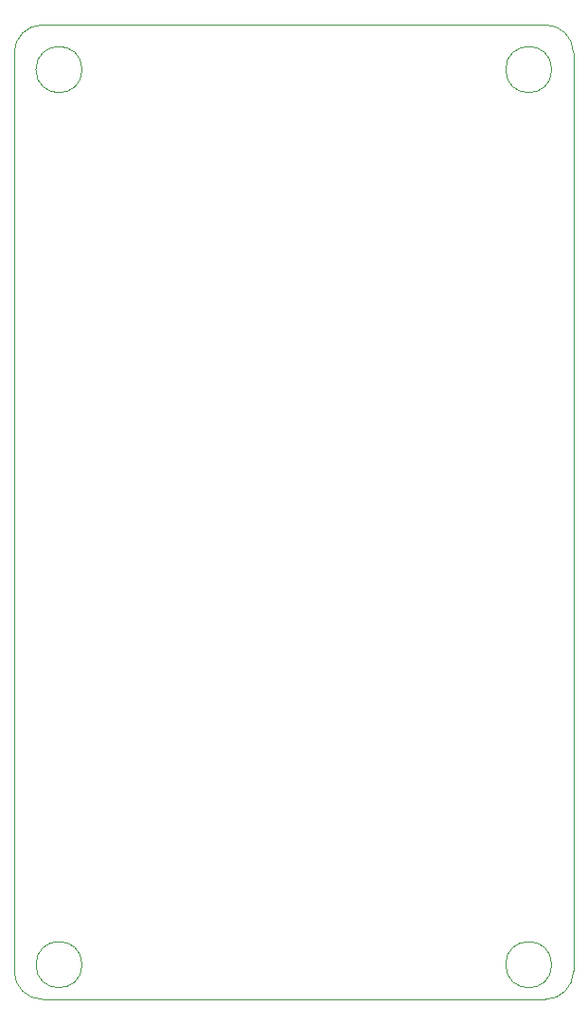
<source format=gbr>
%TF.GenerationSoftware,KiCad,Pcbnew,(5.1.12)-1*%
%TF.CreationDate,2022-08-12T17:27:40+02:00*%
%TF.ProjectId,upitchuS2,75706974-6368-4755-9332-2e6b69636164,1.1*%
%TF.SameCoordinates,Original*%
%TF.FileFunction,Profile,NP*%
%FSLAX46Y46*%
G04 Gerber Fmt 4.6, Leading zero omitted, Abs format (unit mm)*
G04 Created by KiCad (PCBNEW (5.1.12)-1) date 2022-08-12 17:27:40*
%MOMM*%
%LPD*%
G01*
G04 APERTURE LIST*
%TA.AperFunction,Profile*%
%ADD10C,0.050000*%
%TD*%
G04 APERTURE END LIST*
D10*
X131061553Y-135000000D02*
G75*
G03*
X131061553Y-135000000I-2061553J0D01*
G01*
X89061553Y-135000000D02*
G75*
G03*
X89061553Y-135000000I-2061553J0D01*
G01*
X133000000Y-53500000D02*
X133000000Y-135600000D01*
X83000000Y-135600000D02*
X83000000Y-53500000D01*
X131061553Y-55000000D02*
G75*
G03*
X131061553Y-55000000I-2061553J0D01*
G01*
X89061553Y-55000000D02*
G75*
G03*
X89061553Y-55000000I-2061553J0D01*
G01*
X83000000Y-53500000D02*
G75*
G02*
X85500000Y-51000000I2500000J0D01*
G01*
X130500000Y-51000000D02*
G75*
G02*
X133000000Y-53500000I0J-2500000D01*
G01*
X85500000Y-138100000D02*
G75*
G02*
X83000000Y-135600000I0J2500000D01*
G01*
X133000000Y-135600000D02*
G75*
G02*
X130500000Y-138100000I-2500000J0D01*
G01*
X85500000Y-138100000D02*
X130500000Y-138100000D01*
X130500000Y-51000000D02*
X85500000Y-51000000D01*
M02*

</source>
